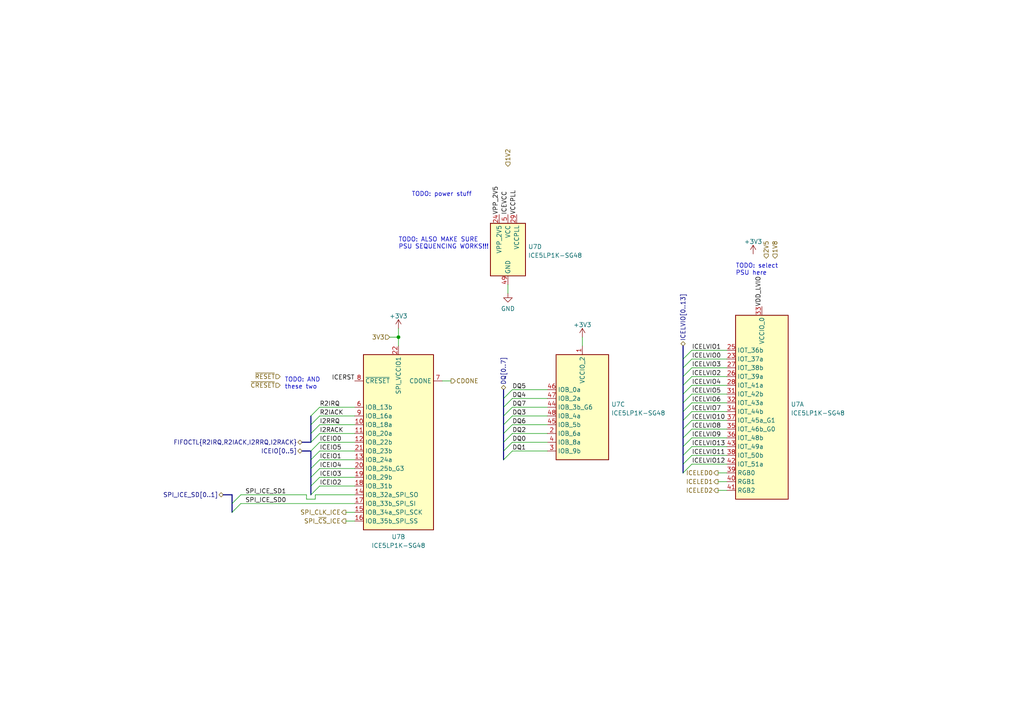
<source format=kicad_sch>
(kicad_sch (version 20211123) (generator eeschema)
  (paper "A4")
  (lib_symbols
    (symbol "FPGA_Lattice:ICE5LP1K-SG48"
      (property "Reference" "U" (at -8.89 -29.21 0))
      (property "Value" "ICE5LP1K-SG48" (at 0 -31.75 0))
      (symbol "ICE5LP1K-SG48_1_1"
        (rectangle (start -7.62 25.4) (end 7.62 -27.94) (stroke (width 0.254)) (fill (type background)))
        (pin bidirectional line (at -10.16 12.7 0) (length 2.54) (name "IOT_37a") (number "23"))
        (pin bidirectional line (at -10.16 15.24 0) (length 2.54) (name "IOT_36b") (number "25"))
        (pin bidirectional line (at -10.16 7.62 0) (length 2.54) (name "IOT_39a") (number "26"))
        (pin bidirectional line (at -10.16 10.16 0) (length 2.54) (name "IOT_38b") (number "27"))
        (pin bidirectional line (at -10.16 5.08 0) (length 2.54) (name "IOT_41a") (number "28"))
        (pin bidirectional line (at -10.16 2.54 0) (length 2.54) (name "IOT_42b") (number "31"))
        (pin bidirectional line (at -10.16 0 0) (length 2.54) (name "IOT_43a") (number "32"))
        (pin power_in line (at 0 27.94 270) (length 2.54) (name "VCCIO_0") (number "33"))
        (pin bidirectional line (at -10.16 -2.54 0) (length 2.54) (name "IOT_44b") (number "34"))
        (pin bidirectional line (at -10.16 -7.62 0) (length 2.54) (name "IOT_46b_G0") (number "35"))
        (pin bidirectional line (at -10.16 -10.16 0) (length 2.54) (name "IOT_48b") (number "36"))
        (pin bidirectional line (at -10.16 -5.08 0) (length 2.54) (name "IOT_45a_G1") (number "37"))
        (pin bidirectional line (at -10.16 -15.24 0) (length 2.54) (name "IOT_50b") (number "38"))
        (pin open_collector line (at -10.16 -20.32 0) (length 2.54) (name "RGB0") (number "39"))
        (pin open_collector line (at -10.16 -22.86 0) (length 2.54) (name "RGB1") (number "40"))
        (pin open_collector line (at -10.16 -25.4 0) (length 2.54) (name "RGB2") (number "41"))
        (pin bidirectional line (at -10.16 -17.78 0) (length 2.54) (name "IOT_51a") (number "42"))
        (pin bidirectional line (at -10.16 -12.7 0) (length 2.54) (name "IOT_49a") (number "43"))
      )
      (symbol "ICE5LP1K-SG48_2_1"
        (rectangle (start -10.16 25.4) (end 10.16 -25.4) (stroke (width 0.254)) (fill (type background)))
        (pin bidirectional line (at -12.7 5.08 0) (length 2.54) (name "IOB_18a") (number "10"))
        (pin bidirectional line (at -12.7 2.54 0) (length 2.54) (name "IOB_20a") (number "11"))
        (pin bidirectional line (at -12.7 0 0) (length 2.54) (name "IOB_22b") (number "12"))
        (pin bidirectional line (at -12.7 -5.08 0) (length 2.54) (name "IOB_24a") (number "13"))
        (pin bidirectional line (at -12.7 -15.24 0) (length 2.54) (name "IOB_32a_SPI_SO") (number "14"))
        (pin bidirectional line (at -12.7 -20.32 0) (length 2.54) (name "IOB_34a_SPI_SCK") (number "15"))
        (pin bidirectional line (at -12.7 -22.86 0) (length 2.54) (name "IOB_35b_SPI_SS") (number "16"))
        (pin bidirectional line (at -12.7 -17.78 0) (length 2.54) (name "IOB_33b_SPI_SI") (number "17"))
        (pin bidirectional line (at -12.7 -12.7 0) (length 2.54) (name "IOB_31b") (number "18"))
        (pin bidirectional line (at -12.7 -10.16 0) (length 2.54) (name "IOB_29b") (number "19"))
        (pin bidirectional line (at -12.7 -7.62 0) (length 2.54) (name "IOB_25b_G3") (number "20"))
        (pin bidirectional line (at -12.7 -2.54 0) (length 2.54) (name "IOB_23b") (number "21"))
        (pin power_in line (at 0 27.94 270) (length 2.54) (name "SPI_VCCIO1") (number "22"))
        (pin bidirectional line (at -12.7 10.16 0) (length 2.54) (name "IOB_13b") (number "6"))
        (pin open_collector line (at 12.7 17.78 180) (length 2.54) (name "CDONE") (number "7"))
        (pin input line (at -12.7 17.78 0) (length 2.54) (name "~{CRESET}") (number "8"))
        (pin bidirectional line (at -12.7 7.62 0) (length 2.54) (name "IOB_16a") (number "9"))
      )
      (symbol "ICE5LP1K-SG48_3_1"
        (rectangle (start -7.62 15.24) (end 7.62 -15.24) (stroke (width 0.254)) (fill (type background)))
        (pin power_in line (at 0 17.78 270) (length 2.54) (name "VCCIO_2") (number "1"))
        (pin bidirectional line (at -10.16 -7.62 0) (length 2.54) (name "IOB_6a") (number "2"))
        (pin bidirectional line (at -10.16 -12.7 0) (length 2.54) (name "IOB_9b") (number "3"))
        (pin bidirectional line (at -10.16 -10.16 0) (length 2.54) (name "IOB_8a") (number "4"))
        (pin bidirectional line (at -10.16 0 0) (length 2.54) (name "IOB_3b_G6") (number "44"))
        (pin bidirectional line (at -10.16 -5.08 0) (length 2.54) (name "IOB_5b") (number "45"))
        (pin bidirectional line (at -10.16 5.08 0) (length 2.54) (name "IOB_0a") (number "46"))
        (pin bidirectional line (at -10.16 2.54 0) (length 2.54) (name "IOB_2a") (number "47"))
        (pin bidirectional line (at -10.16 -2.54 0) (length 2.54) (name "IOB_4a") (number "48"))
      )
      (symbol "ICE5LP1K-SG48_4_1"
        (rectangle (start -5.08 7.62) (end 5.08 -7.62) (stroke (width 0.254)) (fill (type background)))
        (pin power_in line (at -2.54 10.16 270) (length 2.54) (name "VPP_2V5") (number "24"))
        (pin power_out line (at 2.54 10.16 270) (length 2.54) (name "VCCPLL") (number "29"))
        (pin passive line (at 0 10.16 270) (length 2.54) hide (name "VCC") (number "30"))
        (pin power_in line (at 0 -10.16 90) (length 2.54) (name "GND") (number "49"))
        (pin power_in line (at 0 10.16 270) (length 2.54) (name "VCC") (number "5"))
      )
    )
    (symbol "power:+3V3" (power) (pin_names (offset 0))
      (property "Value" "+3V3" (at 0 3.556 0))
      (symbol "+3V3_0_1"
        (polyline (pts (xy -0.762 1.27) (xy 0 2.54)))
        (polyline (pts (xy 0 0) (xy 0 2.54)))
        (polyline (pts (xy 0 2.54) (xy 0.762 1.27)))
      )
      (symbol "+3V3_1_1"
        (pin power_in line (at 0 0 90) (length 0) hide (name "+3V3") (number "1"))
      )
    )
    (symbol "power:GND" (power) (pin_names (offset 0))
      (property "Value" "GND" (at 0 -3.81 0))
      (symbol "GND_0_1"
        (polyline (pts (xy 0 0) (xy 0 -1.27) (xy 1.27 -1.27) (xy 0 -2.54) (xy -1.27 -1.27) (xy 0 -1.27)))
      )
      (symbol "GND_1_1"
        (pin power_in line (at 0 0 270) (length 0) hide (name "GND") (number "1"))
      )
    )
  )
  (junction (at 115.57 97.79))
  (bus_entry (at 200.66 134.62) (size -2.54 2.54))
  (bus_entry (at 200.66 127) (size -2.54 2.54))
  (bus_entry (at 92.71 120.65) (size -2.54 2.54))
  (bus_entry (at 148.59 118.11) (size -2.54 2.54))
  (bus_entry (at 92.71 138.43) (size -2.54 2.54))
  (bus_entry (at 200.66 121.92) (size -2.54 2.54))
  (bus_entry (at 92.71 125.73) (size -2.54 2.54))
  (bus_entry (at 92.71 123.19) (size -2.54 2.54))
  (bus_entry (at 92.71 133.35) (size -2.54 2.54))
  (bus_entry (at 92.71 118.11) (size -2.54 2.54))
  (bus_entry (at 200.66 132.08) (size -2.54 2.54))
  (bus_entry (at 92.71 140.97) (size -2.54 2.54))
  (bus_entry (at 148.59 130.81) (size -2.54 2.54))
  (bus_entry (at 92.71 135.89) (size -2.54 2.54))
  (bus_entry (at 200.66 124.46) (size -2.54 2.54))
  (bus_entry (at 92.71 128.27) (size -2.54 2.54))
  (bus_entry (at 67.31 148.59) (size 2.54 -2.54))
  (bus_entry (at 67.31 146.05) (size 2.54 -2.54))
  (bus_entry (at 92.71 130.81) (size -2.54 2.54))
  (bus_entry (at 148.59 125.73) (size -2.54 2.54))
  (bus_entry (at 148.59 113.03) (size -2.54 2.54))
  (bus_entry (at 148.59 120.65) (size -2.54 2.54))
  (bus_entry (at 148.59 128.27) (size -2.54 2.54))
  (bus_entry (at 148.59 123.19) (size -2.54 2.54))
  (bus_entry (at 200.66 129.54) (size -2.54 2.54))
  (bus_entry (at 200.66 101.6) (size -2.54 2.54))
  (bus_entry (at 200.66 119.38) (size -2.54 2.54))
  (bus_entry (at 200.66 106.68) (size -2.54 2.54))
  (bus_entry (at 200.66 104.14) (size -2.54 2.54))
  (bus_entry (at 200.66 116.84) (size -2.54 2.54))
  (bus_entry (at 200.66 114.3) (size -2.54 2.54))
  (bus_entry (at 200.66 111.76) (size -2.54 2.54))
  (bus_entry (at 200.66 109.22) (size -2.54 2.54))
  (bus_entry (at 148.59 115.57) (size -2.54 2.54))
  (bus (pts (xy 198.12 106.68) (xy 198.12 109.22)))
  (wire (pts (xy 210.82 121.92) (xy 200.66 121.92)))
  (bus (pts (xy 87.63 130.81) (xy 90.17 130.81)))
  (wire (pts (xy 102.87 128.27) (xy 92.71 128.27)))
  (wire (pts (xy 168.91 97.79) (xy 168.91 100.33)))
  (wire (pts (xy 115.57 97.79) (xy 115.57 100.33)))
  (bus (pts (xy 198.12 127) (xy 198.12 129.54)))
  (bus (pts (xy 90.17 135.89) (xy 90.17 138.43)))
  (wire (pts (xy 102.87 140.97) (xy 92.71 140.97)))
  (wire (pts (xy 158.75 115.57) (xy 148.59 115.57)))
  (wire (pts (xy 88.9 144.78) (xy 88.9 143.51)))
  (wire (pts (xy 210.82 104.14) (xy 200.66 104.14)))
  (wire (pts (xy 158.75 125.73) (xy 148.59 125.73)))
  (wire (pts (xy 158.75 118.11) (xy 148.59 118.11)))
  (bus (pts (xy 64.77 143.51) (xy 67.31 143.51)))
  (wire (pts (xy 102.87 135.89) (xy 92.71 135.89)))
  (bus (pts (xy 90.17 140.97) (xy 90.17 143.51)))
  (wire (pts (xy 210.82 124.46) (xy 200.66 124.46)))
  (wire (pts (xy 158.75 113.03) (xy 148.59 113.03)))
  (bus (pts (xy 146.05 113.03) (xy 146.05 115.57)))
  (wire (pts (xy 210.82 127) (xy 200.66 127)))
  (wire (pts (xy 128.27 110.49) (xy 130.81 110.49)))
  (bus (pts (xy 90.17 138.43) (xy 90.17 140.97)))
  (wire (pts (xy 158.75 130.81) (xy 148.59 130.81)))
  (bus (pts (xy 198.12 111.76) (xy 198.12 114.3)))
  (wire (pts (xy 208.28 139.7) (xy 210.82 139.7)))
  (bus (pts (xy 146.05 128.27) (xy 146.05 130.81)))
  (bus (pts (xy 67.31 143.51) (xy 67.31 146.05)))
  (bus (pts (xy 146.05 115.57) (xy 146.05 118.11)))
  (wire (pts (xy 102.87 125.73) (xy 92.71 125.73)))
  (wire (pts (xy 208.28 137.16) (xy 210.82 137.16)))
  (bus (pts (xy 198.12 119.38) (xy 198.12 121.92)))
  (wire (pts (xy 91.44 143.51) (xy 91.44 144.78)))
  (bus (pts (xy 67.31 146.05) (xy 67.31 148.59)))
  (wire (pts (xy 100.33 151.13) (xy 102.87 151.13)))
  (bus (pts (xy 87.63 128.27) (xy 90.17 128.27)))
  (wire (pts (xy 147.32 82.55) (xy 147.32 85.09)))
  (bus (pts (xy 90.17 133.35) (xy 90.17 135.89)))
  (wire (pts (xy 102.87 118.11) (xy 92.71 118.11)))
  (bus (pts (xy 198.12 109.22) (xy 198.12 111.76)))
  (bus (pts (xy 90.17 130.81) (xy 90.17 133.35)))
  (wire (pts (xy 210.82 132.08) (xy 200.66 132.08)))
  (wire (pts (xy 158.75 123.19) (xy 148.59 123.19)))
  (wire (pts (xy 91.44 144.78) (xy 88.9 144.78)))
  (bus (pts (xy 198.12 116.84) (xy 198.12 119.38)))
  (bus (pts (xy 198.12 132.08) (xy 198.12 134.62)))
  (wire (pts (xy 210.82 134.62) (xy 200.66 134.62)))
  (bus (pts (xy 146.05 123.19) (xy 146.05 125.73)))
  (bus (pts (xy 90.17 125.73) (xy 90.17 128.27)))
  (bus (pts (xy 90.17 125.73) (xy 90.17 123.19)))
  (bus (pts (xy 198.12 114.3) (xy 198.12 116.84)))
  (wire (pts (xy 69.85 146.05) (xy 102.87 146.05)))
  (wire (pts (xy 210.82 109.22) (xy 200.66 109.22)))
  (wire (pts (xy 102.87 143.51) (xy 91.44 143.51)))
  (wire (pts (xy 210.82 129.54) (xy 200.66 129.54)))
  (wire (pts (xy 113.03 97.79) (xy 115.57 97.79)))
  (wire (pts (xy 210.82 111.76) (xy 200.66 111.76)))
  (wire (pts (xy 210.82 116.84) (xy 200.66 116.84)))
  (wire (pts (xy 102.87 120.65) (xy 92.71 120.65)))
  (bus (pts (xy 146.05 118.11) (xy 146.05 120.65)))
  (wire (pts (xy 208.28 142.24) (xy 210.82 142.24)))
  (wire (pts (xy 100.33 148.59) (xy 102.87 148.59)))
  (wire (pts (xy 102.87 138.43) (xy 92.71 138.43)))
  (wire (pts (xy 102.87 123.19) (xy 92.71 123.19)))
  (wire (pts (xy 210.82 106.68) (xy 200.66 106.68)))
  (bus (pts (xy 146.05 125.73) (xy 146.05 128.27)))
  (wire (pts (xy 210.82 114.3) (xy 200.66 114.3)))
  (bus (pts (xy 90.17 123.19) (xy 90.17 120.65)))
  (wire (pts (xy 102.87 133.35) (xy 92.71 133.35)))
  (wire (pts (xy 158.75 120.65) (xy 148.59 120.65)))
  (bus (pts (xy 198.12 104.14) (xy 198.12 106.68)))
  (bus (pts (xy 198.12 124.46) (xy 198.12 127)))
  (wire (pts (xy 102.87 130.81) (xy 92.71 130.81)))
  (wire (pts (xy 210.82 101.6) (xy 200.66 101.6)))
  (bus (pts (xy 146.05 120.65) (xy 146.05 123.19)))
  (bus (pts (xy 198.12 121.92) (xy 198.12 124.46)))
  (wire (pts (xy 210.82 119.38) (xy 200.66 119.38)))
  (bus (pts (xy 146.05 130.81) (xy 146.05 133.35)))
  (bus (pts (xy 198.12 134.62) (xy 198.12 137.16)))
  (bus (pts (xy 198.12 100.33) (xy 198.12 104.14)))
  (wire (pts (xy 69.85 143.51) (xy 88.9 143.51)))
  (wire (pts (xy 158.75 128.27) (xy 148.59 128.27)))
  (bus (pts (xy 198.12 129.54) (xy 198.12 132.08)))
  (wire (pts (xy 115.57 97.79) (xy 115.57 95.25)))
  (text "TODO: power stuff" (at 119.38 57.15 0) (effects (font (size 1.27 1.27)) (justify left bottom)))
  (text "TODO: AND\nthese two" (at 82.55 113.03 0) (effects (font (size 1.27 1.27)) (justify left bottom)))
  (text "TODO: select\nPSU here" (at 213.36 80.01 0) (effects (font (size 1.27 1.27)) (justify left bottom)))
  (text "TODO: ALSO MAKE SURE\nPSU SEQUENCING WORKS!!!" (at 115.57 72.39 0) (effects (font (size 1.27 1.27)) (justify left bottom)))
  (label "ICEIO0" (at 92.71 128.27 0))
  (label "R2IACK" (at 92.71 120.65 0))
  (label "DQ5" (at 148.59 113.03 0))
  (label "ICERST" (at 102.87 110.49 180))
  (label "DQ6" (at 148.59 123.19 0))
  (label "DQ2" (at 148.59 125.73 0))
  (label "ICELVIO6" (at 200.66 116.84 0))
  (label "VDD_LVIO" (at 220.98 88.9 90))
  (label "ICEIO5" (at 92.71 130.81 0))
  (label "I2RACK" (at 92.71 125.73 0))
  (label "SPI_ICE_SD0" (at 71.12 146.05 0))
  (label "DQ0" (at 148.59 128.27 0))
  (label "ICELVIO4" (at 200.66 111.76 0))
  (label "ICELVIO11" (at 200.66 132.08 0))
  (label "I2RRQ" (at 92.71 123.19 0))
  (label "VPP_2V5" (at 144.78 62.23 90))
  (label "DQ1" (at 148.59 130.81 0))
  (label "ICELVIO1" (at 200.66 101.6 0))
  (label "ICELVIO5" (at 200.66 114.3 0))
  (label "ICELVIO13" (at 200.66 129.54 0))
  (label "ICELVIO3" (at 200.66 106.68 0))
  (label "ICELVIO10" (at 200.66 121.92 0))
  (label "ICELVIO7" (at 200.66 119.38 0))
  (label "SPI_ICE_SD1" (at 71.12 143.51 0))
  (label "DQ4" (at 148.59 115.57 0))
  (label "VCCPLL" (at 149.86 62.23 90))
  (label "ICEIO2" (at 92.71 140.97 0))
  (label "ICEIO4" (at 92.71 135.89 0))
  (label "DQ3" (at 148.59 120.65 0))
  (label "DQ7" (at 148.59 118.11 0))
  (label "ICELVIO12" (at 200.66 134.62 0))
  (label "ICELVIO0" (at 200.66 104.14 0))
  (label "ICEVCC" (at 147.32 62.23 90))
  (label "R2IRQ" (at 92.71 118.11 0))
  (label "ICELVIO9" (at 200.66 127 0))
  (label "ICELVIO8" (at 200.66 124.46 0))
  (label "ICEIO1" (at 92.71 133.35 0))
  (label "ICELVIO2" (at 200.66 109.22 0))
  (label "ICEIO3" (at 92.71 138.43 0))
  (hierarchical_label "1V2" (shape input) (at 147.32 48.26 90))
  (hierarchical_label "ICEIO[0..5]" (shape bidirectional) (at 87.63 130.81 180))
  (hierarchical_label "CDONE" (shape output) (at 130.81 110.49 0))
  (hierarchical_label "DQ[0..7]" (shape bidirectional) (at 146.05 113.03 90))
  (hierarchical_label "ICELED2" (shape output) (at 208.28 142.24 180))
  (hierarchical_label "ICELED0" (shape output) (at 208.28 137.16 180))
  (hierarchical_label "~{CRESET}" (shape input) (at 81.28 111.76 180))
  (hierarchical_label "~{RESET}" (shape input) (at 81.28 109.22 180))
  (hierarchical_label "ICELVIO[0..13]" (shape bidirectional) (at 198.12 100.33 90))
  (hierarchical_label "1V8" (shape input) (at 224.79 74.93 90))
  (hierarchical_label "SPI_CLK_ICE" (shape output) (at 100.33 148.59 180))
  (hierarchical_label "ICELED1" (shape output) (at 208.28 139.7 180))
  (hierarchical_label "2V5" (shape input) (at 222.25 74.93 90))
  (hierarchical_label "FIFOCTL{R2IRQ,R2IACK,I2RRQ,I2RACK}" (shape bidirectional) (at 87.63 128.27 180))
  (hierarchical_label "SPI_ICE_SD[0..1]" (shape bidirectional) (at 64.77 143.51 180))
  (hierarchical_label "SPI_~{CS}_ICE" (shape output) (at 100.33 151.13 180))
  (hierarchical_label "3V3" (shape input) (at 113.03 97.79 180))
  (symbol (lib_id "power:GND") (at 147.32 85.09 0) (unit 1)
    (property "Reference" "#PWR0116" (effects hide))
    (property "Value" "GND" (at 147.32 89.5334 0))
  )
  (symbol (lib_id "FPGA_Lattice:ICE5LP1K-SG48") (at 115.57 128.27 0) (unit 2)
    (property "Reference" "U7" (at 115.57 155.7004 0))
    (property "Value" "ICE5LP1K-SG48" (at 115.57 158.2373 0))
    (property "Footprint" "Package_DFN_QFN:QFN-48-1EP_7x7mm_P0.5mm_EP5.6x5.6mm" (effects hide))
    (property "Datasheet" "http://www.latticesemi.com/Products/FPGAandCPLD/iCE40Ultra" (effects hide))
  )
  (symbol (lib_id "power:+3V3") (at 115.57 95.25 0) (unit 1)
    (property "Reference" "#PWR0117" (effects hide))
    (property "Value" "+3V3" (at 115.57 91.6742 0))
  )
  (symbol (lib_id "FPGA_Lattice:ICE5LP1K-SG48") (at 147.32 72.39 0) (unit 4)
    (property "Reference" "U7" (at 153.162 71.5553 0) (effects (justify left)))
    (property "Value" "ICE5LP1K-SG48" (at 153.162 74.0922 0) (effects (justify left)))
    (property "Footprint" "Package_DFN_QFN:QFN-48-1EP_7x7mm_P0.5mm_EP5.6x5.6mm" (effects hide))
    (property "Datasheet" "http://www.latticesemi.com/Products/FPGAandCPLD/iCE40Ultra" (effects hide))
  )
  (symbol (lib_id "FPGA_Lattice:ICE5LP1K-SG48") (at 220.98 116.84 0) (unit 1)
    (property "Reference" "U7" (at 229.362 117.2753 0) (effects (justify left)))
    (property "Value" "ICE5LP1K-SG48" (at 229.362 119.8122 0) (effects (justify left)))
    (property "Footprint" "Package_DFN_QFN:QFN-48-1EP_7x7mm_P0.5mm_EP5.6x5.6mm" (effects hide))
    (property "Datasheet" "http://www.latticesemi.com/Products/FPGAandCPLD/iCE40Ultra" (effects hide))
  )
  (symbol (lib_id "power:+3V3") (at 218.44 73.66 0) (unit 1)
    (property "Reference" "#PWR0115" (effects hide))
    (property "Value" "+3V3" (at 218.44 70.0842 0))
  )
  (symbol (lib_id "FPGA_Lattice:ICE5LP1K-SG48") (at 168.91 118.11 0) (unit 3)
    (property "Reference" "U7" (at 177.292 117.2753 0) (effects (justify left)))
    (property "Value" "ICE5LP1K-SG48" (at 177.292 119.8122 0) (effects (justify left)))
    (property "Footprint" "Package_DFN_QFN:QFN-48-1EP_7x7mm_P0.5mm_EP5.6x5.6mm" (effects hide))
    (property "Datasheet" "http://www.latticesemi.com/Products/FPGAandCPLD/iCE40Ultra" (effects hide))
  )
  (symbol (lib_id "power:+3V3") (at 168.91 97.79 0) (unit 1)
    (property "Reference" "#PWR0118" (effects hide))
    (property "Value" "+3V3" (at 168.91 94.2142 0))
  )
)
</source>
